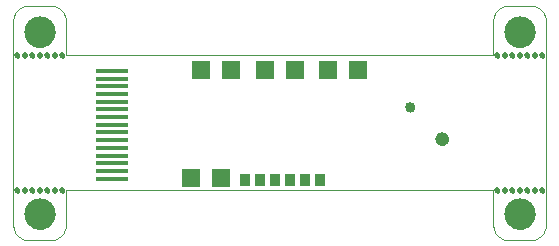
<source format=gbs>
G75*
%MOIN*%
%OFA0B0*%
%FSLAX24Y24*%
%IPPOS*%
%LPD*%
%AMOC8*
5,1,8,0,0,1.08239X$1,22.5*
%
%ADD10C,0.0000*%
%ADD11C,0.1040*%
%ADD12C,0.0190*%
%ADD13C,0.0335*%
%ADD14C,0.0453*%
%ADD15R,0.0640X0.0640*%
%ADD16R,0.1064X0.0178*%
%ADD17R,0.0360X0.0390*%
D10*
X004943Y002737D02*
X005693Y002737D01*
X005737Y002739D01*
X005780Y002745D01*
X005822Y002754D01*
X005864Y002767D01*
X005904Y002784D01*
X005943Y002804D01*
X005980Y002827D01*
X006014Y002854D01*
X006047Y002883D01*
X006076Y002916D01*
X006103Y002950D01*
X006126Y002987D01*
X006146Y003026D01*
X006163Y003066D01*
X006176Y003108D01*
X006185Y003150D01*
X006191Y003193D01*
X006193Y003237D01*
X006193Y004393D01*
X020443Y004393D01*
X020443Y003237D01*
X020445Y003193D01*
X020451Y003150D01*
X020460Y003108D01*
X020473Y003066D01*
X020490Y003026D01*
X020510Y002987D01*
X020533Y002950D01*
X020560Y002916D01*
X020589Y002883D01*
X020622Y002854D01*
X020656Y002827D01*
X020693Y002804D01*
X020732Y002784D01*
X020772Y002767D01*
X020814Y002754D01*
X020856Y002745D01*
X020899Y002739D01*
X020943Y002737D01*
X021693Y002737D01*
X021737Y002739D01*
X021780Y002745D01*
X021822Y002754D01*
X021864Y002767D01*
X021904Y002784D01*
X021943Y002804D01*
X021980Y002827D01*
X022014Y002854D01*
X022047Y002883D01*
X022076Y002916D01*
X022103Y002950D01*
X022126Y002987D01*
X022146Y003026D01*
X022163Y003066D01*
X022176Y003108D01*
X022185Y003150D01*
X022191Y003193D01*
X022193Y003237D01*
X022193Y010050D01*
X022191Y010094D01*
X022185Y010137D01*
X022176Y010179D01*
X022163Y010221D01*
X022146Y010261D01*
X022126Y010300D01*
X022103Y010337D01*
X022076Y010371D01*
X022047Y010404D01*
X022014Y010433D01*
X021980Y010460D01*
X021943Y010483D01*
X021904Y010503D01*
X021864Y010520D01*
X021822Y010533D01*
X021780Y010542D01*
X021737Y010548D01*
X021693Y010550D01*
X020943Y010550D01*
X020899Y010548D01*
X020856Y010542D01*
X020814Y010533D01*
X020772Y010520D01*
X020732Y010503D01*
X020693Y010483D01*
X020656Y010460D01*
X020622Y010433D01*
X020589Y010404D01*
X020560Y010371D01*
X020533Y010337D01*
X020510Y010300D01*
X020490Y010261D01*
X020473Y010221D01*
X020460Y010179D01*
X020451Y010137D01*
X020445Y010094D01*
X020443Y010050D01*
X020443Y008893D01*
X006193Y008893D01*
X006193Y010050D01*
X006191Y010094D01*
X006185Y010137D01*
X006176Y010179D01*
X006163Y010221D01*
X006146Y010261D01*
X006126Y010300D01*
X006103Y010337D01*
X006076Y010371D01*
X006047Y010404D01*
X006014Y010433D01*
X005980Y010460D01*
X005943Y010483D01*
X005904Y010503D01*
X005864Y010520D01*
X005822Y010533D01*
X005780Y010542D01*
X005737Y010548D01*
X005693Y010550D01*
X004943Y010550D01*
X004899Y010548D01*
X004856Y010542D01*
X004814Y010533D01*
X004772Y010520D01*
X004732Y010503D01*
X004693Y010483D01*
X004656Y010460D01*
X004622Y010433D01*
X004589Y010404D01*
X004560Y010371D01*
X004533Y010337D01*
X004510Y010300D01*
X004490Y010261D01*
X004473Y010221D01*
X004460Y010179D01*
X004451Y010137D01*
X004445Y010094D01*
X004443Y010050D01*
X004443Y003237D01*
X004445Y003193D01*
X004451Y003150D01*
X004460Y003108D01*
X004473Y003066D01*
X004490Y003026D01*
X004510Y002987D01*
X004533Y002950D01*
X004560Y002916D01*
X004589Y002883D01*
X004622Y002854D01*
X004656Y002827D01*
X004693Y002804D01*
X004732Y002784D01*
X004772Y002767D01*
X004814Y002754D01*
X004856Y002745D01*
X004899Y002739D01*
X004943Y002737D01*
X004818Y003612D02*
X004820Y003656D01*
X004826Y003700D01*
X004836Y003743D01*
X004849Y003785D01*
X004866Y003826D01*
X004887Y003865D01*
X004911Y003902D01*
X004938Y003937D01*
X004968Y003969D01*
X005001Y003999D01*
X005037Y004025D01*
X005074Y004049D01*
X005114Y004068D01*
X005155Y004085D01*
X005198Y004097D01*
X005241Y004106D01*
X005285Y004111D01*
X005329Y004112D01*
X005373Y004109D01*
X005417Y004102D01*
X005460Y004091D01*
X005502Y004077D01*
X005542Y004059D01*
X005581Y004037D01*
X005617Y004013D01*
X005651Y003985D01*
X005683Y003954D01*
X005712Y003920D01*
X005738Y003884D01*
X005760Y003846D01*
X005779Y003806D01*
X005794Y003764D01*
X005806Y003722D01*
X005814Y003678D01*
X005818Y003634D01*
X005818Y003590D01*
X005814Y003546D01*
X005806Y003502D01*
X005794Y003460D01*
X005779Y003418D01*
X005760Y003378D01*
X005738Y003340D01*
X005712Y003304D01*
X005683Y003270D01*
X005651Y003239D01*
X005617Y003211D01*
X005581Y003187D01*
X005542Y003165D01*
X005502Y003147D01*
X005460Y003133D01*
X005417Y003122D01*
X005373Y003115D01*
X005329Y003112D01*
X005285Y003113D01*
X005241Y003118D01*
X005198Y003127D01*
X005155Y003139D01*
X005114Y003156D01*
X005074Y003175D01*
X005037Y003199D01*
X005001Y003225D01*
X004968Y003255D01*
X004938Y003287D01*
X004911Y003322D01*
X004887Y003359D01*
X004866Y003398D01*
X004849Y003439D01*
X004836Y003481D01*
X004826Y003524D01*
X004820Y003568D01*
X004818Y003612D01*
X004743Y004393D02*
X004745Y004410D01*
X004750Y004426D01*
X004759Y004440D01*
X004771Y004452D01*
X004785Y004461D01*
X004801Y004466D01*
X004818Y004468D01*
X004835Y004466D01*
X004851Y004461D01*
X004865Y004452D01*
X004877Y004440D01*
X004886Y004426D01*
X004891Y004410D01*
X004893Y004393D01*
X004891Y004376D01*
X004886Y004360D01*
X004877Y004346D01*
X004865Y004334D01*
X004851Y004325D01*
X004835Y004320D01*
X004818Y004318D01*
X004801Y004320D01*
X004785Y004325D01*
X004771Y004334D01*
X004759Y004346D01*
X004750Y004360D01*
X004745Y004376D01*
X004743Y004393D01*
X004493Y004393D02*
X004495Y004410D01*
X004500Y004426D01*
X004509Y004440D01*
X004521Y004452D01*
X004535Y004461D01*
X004551Y004466D01*
X004568Y004468D01*
X004585Y004466D01*
X004601Y004461D01*
X004615Y004452D01*
X004627Y004440D01*
X004636Y004426D01*
X004641Y004410D01*
X004643Y004393D01*
X004641Y004376D01*
X004636Y004360D01*
X004627Y004346D01*
X004615Y004334D01*
X004601Y004325D01*
X004585Y004320D01*
X004568Y004318D01*
X004551Y004320D01*
X004535Y004325D01*
X004521Y004334D01*
X004509Y004346D01*
X004500Y004360D01*
X004495Y004376D01*
X004493Y004393D01*
X004993Y004393D02*
X004995Y004410D01*
X005000Y004426D01*
X005009Y004440D01*
X005021Y004452D01*
X005035Y004461D01*
X005051Y004466D01*
X005068Y004468D01*
X005085Y004466D01*
X005101Y004461D01*
X005115Y004452D01*
X005127Y004440D01*
X005136Y004426D01*
X005141Y004410D01*
X005143Y004393D01*
X005141Y004376D01*
X005136Y004360D01*
X005127Y004346D01*
X005115Y004334D01*
X005101Y004325D01*
X005085Y004320D01*
X005068Y004318D01*
X005051Y004320D01*
X005035Y004325D01*
X005021Y004334D01*
X005009Y004346D01*
X005000Y004360D01*
X004995Y004376D01*
X004993Y004393D01*
X005243Y004393D02*
X005245Y004410D01*
X005250Y004426D01*
X005259Y004440D01*
X005271Y004452D01*
X005285Y004461D01*
X005301Y004466D01*
X005318Y004468D01*
X005335Y004466D01*
X005351Y004461D01*
X005365Y004452D01*
X005377Y004440D01*
X005386Y004426D01*
X005391Y004410D01*
X005393Y004393D01*
X005391Y004376D01*
X005386Y004360D01*
X005377Y004346D01*
X005365Y004334D01*
X005351Y004325D01*
X005335Y004320D01*
X005318Y004318D01*
X005301Y004320D01*
X005285Y004325D01*
X005271Y004334D01*
X005259Y004346D01*
X005250Y004360D01*
X005245Y004376D01*
X005243Y004393D01*
X005493Y004393D02*
X005495Y004410D01*
X005500Y004426D01*
X005509Y004440D01*
X005521Y004452D01*
X005535Y004461D01*
X005551Y004466D01*
X005568Y004468D01*
X005585Y004466D01*
X005601Y004461D01*
X005615Y004452D01*
X005627Y004440D01*
X005636Y004426D01*
X005641Y004410D01*
X005643Y004393D01*
X005641Y004376D01*
X005636Y004360D01*
X005627Y004346D01*
X005615Y004334D01*
X005601Y004325D01*
X005585Y004320D01*
X005568Y004318D01*
X005551Y004320D01*
X005535Y004325D01*
X005521Y004334D01*
X005509Y004346D01*
X005500Y004360D01*
X005495Y004376D01*
X005493Y004393D01*
X005743Y004393D02*
X005745Y004410D01*
X005750Y004426D01*
X005759Y004440D01*
X005771Y004452D01*
X005785Y004461D01*
X005801Y004466D01*
X005818Y004468D01*
X005835Y004466D01*
X005851Y004461D01*
X005865Y004452D01*
X005877Y004440D01*
X005886Y004426D01*
X005891Y004410D01*
X005893Y004393D01*
X005891Y004376D01*
X005886Y004360D01*
X005877Y004346D01*
X005865Y004334D01*
X005851Y004325D01*
X005835Y004320D01*
X005818Y004318D01*
X005801Y004320D01*
X005785Y004325D01*
X005771Y004334D01*
X005759Y004346D01*
X005750Y004360D01*
X005745Y004376D01*
X005743Y004393D01*
X005993Y004393D02*
X005995Y004410D01*
X006000Y004426D01*
X006009Y004440D01*
X006021Y004452D01*
X006035Y004461D01*
X006051Y004466D01*
X006068Y004468D01*
X006085Y004466D01*
X006101Y004461D01*
X006115Y004452D01*
X006127Y004440D01*
X006136Y004426D01*
X006141Y004410D01*
X006143Y004393D01*
X006141Y004376D01*
X006136Y004360D01*
X006127Y004346D01*
X006115Y004334D01*
X006101Y004325D01*
X006085Y004320D01*
X006068Y004318D01*
X006051Y004320D01*
X006035Y004325D01*
X006021Y004334D01*
X006009Y004346D01*
X006000Y004360D01*
X005995Y004376D01*
X005993Y004393D01*
X005993Y008893D02*
X005995Y008910D01*
X006000Y008926D01*
X006009Y008940D01*
X006021Y008952D01*
X006035Y008961D01*
X006051Y008966D01*
X006068Y008968D01*
X006085Y008966D01*
X006101Y008961D01*
X006115Y008952D01*
X006127Y008940D01*
X006136Y008926D01*
X006141Y008910D01*
X006143Y008893D01*
X006141Y008876D01*
X006136Y008860D01*
X006127Y008846D01*
X006115Y008834D01*
X006101Y008825D01*
X006085Y008820D01*
X006068Y008818D01*
X006051Y008820D01*
X006035Y008825D01*
X006021Y008834D01*
X006009Y008846D01*
X006000Y008860D01*
X005995Y008876D01*
X005993Y008893D01*
X005743Y008893D02*
X005745Y008910D01*
X005750Y008926D01*
X005759Y008940D01*
X005771Y008952D01*
X005785Y008961D01*
X005801Y008966D01*
X005818Y008968D01*
X005835Y008966D01*
X005851Y008961D01*
X005865Y008952D01*
X005877Y008940D01*
X005886Y008926D01*
X005891Y008910D01*
X005893Y008893D01*
X005891Y008876D01*
X005886Y008860D01*
X005877Y008846D01*
X005865Y008834D01*
X005851Y008825D01*
X005835Y008820D01*
X005818Y008818D01*
X005801Y008820D01*
X005785Y008825D01*
X005771Y008834D01*
X005759Y008846D01*
X005750Y008860D01*
X005745Y008876D01*
X005743Y008893D01*
X005493Y008893D02*
X005495Y008910D01*
X005500Y008926D01*
X005509Y008940D01*
X005521Y008952D01*
X005535Y008961D01*
X005551Y008966D01*
X005568Y008968D01*
X005585Y008966D01*
X005601Y008961D01*
X005615Y008952D01*
X005627Y008940D01*
X005636Y008926D01*
X005641Y008910D01*
X005643Y008893D01*
X005641Y008876D01*
X005636Y008860D01*
X005627Y008846D01*
X005615Y008834D01*
X005601Y008825D01*
X005585Y008820D01*
X005568Y008818D01*
X005551Y008820D01*
X005535Y008825D01*
X005521Y008834D01*
X005509Y008846D01*
X005500Y008860D01*
X005495Y008876D01*
X005493Y008893D01*
X005243Y008893D02*
X005245Y008910D01*
X005250Y008926D01*
X005259Y008940D01*
X005271Y008952D01*
X005285Y008961D01*
X005301Y008966D01*
X005318Y008968D01*
X005335Y008966D01*
X005351Y008961D01*
X005365Y008952D01*
X005377Y008940D01*
X005386Y008926D01*
X005391Y008910D01*
X005393Y008893D01*
X005391Y008876D01*
X005386Y008860D01*
X005377Y008846D01*
X005365Y008834D01*
X005351Y008825D01*
X005335Y008820D01*
X005318Y008818D01*
X005301Y008820D01*
X005285Y008825D01*
X005271Y008834D01*
X005259Y008846D01*
X005250Y008860D01*
X005245Y008876D01*
X005243Y008893D01*
X004993Y008893D02*
X004995Y008910D01*
X005000Y008926D01*
X005009Y008940D01*
X005021Y008952D01*
X005035Y008961D01*
X005051Y008966D01*
X005068Y008968D01*
X005085Y008966D01*
X005101Y008961D01*
X005115Y008952D01*
X005127Y008940D01*
X005136Y008926D01*
X005141Y008910D01*
X005143Y008893D01*
X005141Y008876D01*
X005136Y008860D01*
X005127Y008846D01*
X005115Y008834D01*
X005101Y008825D01*
X005085Y008820D01*
X005068Y008818D01*
X005051Y008820D01*
X005035Y008825D01*
X005021Y008834D01*
X005009Y008846D01*
X005000Y008860D01*
X004995Y008876D01*
X004993Y008893D01*
X004743Y008893D02*
X004745Y008910D01*
X004750Y008926D01*
X004759Y008940D01*
X004771Y008952D01*
X004785Y008961D01*
X004801Y008966D01*
X004818Y008968D01*
X004835Y008966D01*
X004851Y008961D01*
X004865Y008952D01*
X004877Y008940D01*
X004886Y008926D01*
X004891Y008910D01*
X004893Y008893D01*
X004891Y008876D01*
X004886Y008860D01*
X004877Y008846D01*
X004865Y008834D01*
X004851Y008825D01*
X004835Y008820D01*
X004818Y008818D01*
X004801Y008820D01*
X004785Y008825D01*
X004771Y008834D01*
X004759Y008846D01*
X004750Y008860D01*
X004745Y008876D01*
X004743Y008893D01*
X004493Y008893D02*
X004495Y008910D01*
X004500Y008926D01*
X004509Y008940D01*
X004521Y008952D01*
X004535Y008961D01*
X004551Y008966D01*
X004568Y008968D01*
X004585Y008966D01*
X004601Y008961D01*
X004615Y008952D01*
X004627Y008940D01*
X004636Y008926D01*
X004641Y008910D01*
X004643Y008893D01*
X004641Y008876D01*
X004636Y008860D01*
X004627Y008846D01*
X004615Y008834D01*
X004601Y008825D01*
X004585Y008820D01*
X004568Y008818D01*
X004551Y008820D01*
X004535Y008825D01*
X004521Y008834D01*
X004509Y008846D01*
X004500Y008860D01*
X004495Y008876D01*
X004493Y008893D01*
X004818Y009675D02*
X004820Y009719D01*
X004826Y009763D01*
X004836Y009806D01*
X004849Y009848D01*
X004866Y009889D01*
X004887Y009928D01*
X004911Y009965D01*
X004938Y010000D01*
X004968Y010032D01*
X005001Y010062D01*
X005037Y010088D01*
X005074Y010112D01*
X005114Y010131D01*
X005155Y010148D01*
X005198Y010160D01*
X005241Y010169D01*
X005285Y010174D01*
X005329Y010175D01*
X005373Y010172D01*
X005417Y010165D01*
X005460Y010154D01*
X005502Y010140D01*
X005542Y010122D01*
X005581Y010100D01*
X005617Y010076D01*
X005651Y010048D01*
X005683Y010017D01*
X005712Y009983D01*
X005738Y009947D01*
X005760Y009909D01*
X005779Y009869D01*
X005794Y009827D01*
X005806Y009785D01*
X005814Y009741D01*
X005818Y009697D01*
X005818Y009653D01*
X005814Y009609D01*
X005806Y009565D01*
X005794Y009523D01*
X005779Y009481D01*
X005760Y009441D01*
X005738Y009403D01*
X005712Y009367D01*
X005683Y009333D01*
X005651Y009302D01*
X005617Y009274D01*
X005581Y009250D01*
X005542Y009228D01*
X005502Y009210D01*
X005460Y009196D01*
X005417Y009185D01*
X005373Y009178D01*
X005329Y009175D01*
X005285Y009176D01*
X005241Y009181D01*
X005198Y009190D01*
X005155Y009202D01*
X005114Y009219D01*
X005074Y009238D01*
X005037Y009262D01*
X005001Y009288D01*
X004968Y009318D01*
X004938Y009350D01*
X004911Y009385D01*
X004887Y009422D01*
X004866Y009461D01*
X004849Y009502D01*
X004836Y009544D01*
X004826Y009587D01*
X004820Y009631D01*
X004818Y009675D01*
X017516Y007172D02*
X017518Y007196D01*
X017524Y007219D01*
X017533Y007241D01*
X017546Y007261D01*
X017561Y007279D01*
X017580Y007294D01*
X017601Y007306D01*
X017623Y007314D01*
X017646Y007319D01*
X017670Y007320D01*
X017694Y007317D01*
X017716Y007310D01*
X017738Y007300D01*
X017758Y007287D01*
X017775Y007270D01*
X017789Y007251D01*
X017800Y007230D01*
X017808Y007207D01*
X017812Y007184D01*
X017812Y007160D01*
X017808Y007137D01*
X017800Y007114D01*
X017789Y007093D01*
X017775Y007074D01*
X017758Y007057D01*
X017738Y007044D01*
X017716Y007034D01*
X017694Y007027D01*
X017670Y007024D01*
X017646Y007025D01*
X017623Y007030D01*
X017601Y007038D01*
X017580Y007050D01*
X017561Y007065D01*
X017546Y007083D01*
X017533Y007103D01*
X017524Y007125D01*
X017518Y007148D01*
X017516Y007172D01*
X018515Y006114D02*
X018517Y006142D01*
X018523Y006170D01*
X018532Y006196D01*
X018545Y006222D01*
X018561Y006245D01*
X018581Y006265D01*
X018603Y006283D01*
X018627Y006298D01*
X018653Y006309D01*
X018680Y006317D01*
X018708Y006321D01*
X018736Y006321D01*
X018764Y006317D01*
X018791Y006309D01*
X018817Y006298D01*
X018841Y006283D01*
X018863Y006265D01*
X018883Y006245D01*
X018899Y006222D01*
X018912Y006196D01*
X018921Y006170D01*
X018927Y006142D01*
X018929Y006114D01*
X018927Y006086D01*
X018921Y006058D01*
X018912Y006032D01*
X018899Y006006D01*
X018883Y005983D01*
X018863Y005963D01*
X018841Y005945D01*
X018817Y005930D01*
X018791Y005919D01*
X018764Y005911D01*
X018736Y005907D01*
X018708Y005907D01*
X018680Y005911D01*
X018653Y005919D01*
X018627Y005930D01*
X018603Y005945D01*
X018581Y005963D01*
X018561Y005983D01*
X018545Y006006D01*
X018532Y006032D01*
X018523Y006058D01*
X018517Y006086D01*
X018515Y006114D01*
X020493Y004393D02*
X020495Y004410D01*
X020500Y004426D01*
X020509Y004440D01*
X020521Y004452D01*
X020535Y004461D01*
X020551Y004466D01*
X020568Y004468D01*
X020585Y004466D01*
X020601Y004461D01*
X020615Y004452D01*
X020627Y004440D01*
X020636Y004426D01*
X020641Y004410D01*
X020643Y004393D01*
X020641Y004376D01*
X020636Y004360D01*
X020627Y004346D01*
X020615Y004334D01*
X020601Y004325D01*
X020585Y004320D01*
X020568Y004318D01*
X020551Y004320D01*
X020535Y004325D01*
X020521Y004334D01*
X020509Y004346D01*
X020500Y004360D01*
X020495Y004376D01*
X020493Y004393D01*
X020743Y004393D02*
X020745Y004410D01*
X020750Y004426D01*
X020759Y004440D01*
X020771Y004452D01*
X020785Y004461D01*
X020801Y004466D01*
X020818Y004468D01*
X020835Y004466D01*
X020851Y004461D01*
X020865Y004452D01*
X020877Y004440D01*
X020886Y004426D01*
X020891Y004410D01*
X020893Y004393D01*
X020891Y004376D01*
X020886Y004360D01*
X020877Y004346D01*
X020865Y004334D01*
X020851Y004325D01*
X020835Y004320D01*
X020818Y004318D01*
X020801Y004320D01*
X020785Y004325D01*
X020771Y004334D01*
X020759Y004346D01*
X020750Y004360D01*
X020745Y004376D01*
X020743Y004393D01*
X020993Y004393D02*
X020995Y004410D01*
X021000Y004426D01*
X021009Y004440D01*
X021021Y004452D01*
X021035Y004461D01*
X021051Y004466D01*
X021068Y004468D01*
X021085Y004466D01*
X021101Y004461D01*
X021115Y004452D01*
X021127Y004440D01*
X021136Y004426D01*
X021141Y004410D01*
X021143Y004393D01*
X021141Y004376D01*
X021136Y004360D01*
X021127Y004346D01*
X021115Y004334D01*
X021101Y004325D01*
X021085Y004320D01*
X021068Y004318D01*
X021051Y004320D01*
X021035Y004325D01*
X021021Y004334D01*
X021009Y004346D01*
X021000Y004360D01*
X020995Y004376D01*
X020993Y004393D01*
X021243Y004393D02*
X021245Y004410D01*
X021250Y004426D01*
X021259Y004440D01*
X021271Y004452D01*
X021285Y004461D01*
X021301Y004466D01*
X021318Y004468D01*
X021335Y004466D01*
X021351Y004461D01*
X021365Y004452D01*
X021377Y004440D01*
X021386Y004426D01*
X021391Y004410D01*
X021393Y004393D01*
X021391Y004376D01*
X021386Y004360D01*
X021377Y004346D01*
X021365Y004334D01*
X021351Y004325D01*
X021335Y004320D01*
X021318Y004318D01*
X021301Y004320D01*
X021285Y004325D01*
X021271Y004334D01*
X021259Y004346D01*
X021250Y004360D01*
X021245Y004376D01*
X021243Y004393D01*
X021493Y004393D02*
X021495Y004410D01*
X021500Y004426D01*
X021509Y004440D01*
X021521Y004452D01*
X021535Y004461D01*
X021551Y004466D01*
X021568Y004468D01*
X021585Y004466D01*
X021601Y004461D01*
X021615Y004452D01*
X021627Y004440D01*
X021636Y004426D01*
X021641Y004410D01*
X021643Y004393D01*
X021641Y004376D01*
X021636Y004360D01*
X021627Y004346D01*
X021615Y004334D01*
X021601Y004325D01*
X021585Y004320D01*
X021568Y004318D01*
X021551Y004320D01*
X021535Y004325D01*
X021521Y004334D01*
X021509Y004346D01*
X021500Y004360D01*
X021495Y004376D01*
X021493Y004393D01*
X021743Y004393D02*
X021745Y004410D01*
X021750Y004426D01*
X021759Y004440D01*
X021771Y004452D01*
X021785Y004461D01*
X021801Y004466D01*
X021818Y004468D01*
X021835Y004466D01*
X021851Y004461D01*
X021865Y004452D01*
X021877Y004440D01*
X021886Y004426D01*
X021891Y004410D01*
X021893Y004393D01*
X021891Y004376D01*
X021886Y004360D01*
X021877Y004346D01*
X021865Y004334D01*
X021851Y004325D01*
X021835Y004320D01*
X021818Y004318D01*
X021801Y004320D01*
X021785Y004325D01*
X021771Y004334D01*
X021759Y004346D01*
X021750Y004360D01*
X021745Y004376D01*
X021743Y004393D01*
X021993Y004393D02*
X021995Y004410D01*
X022000Y004426D01*
X022009Y004440D01*
X022021Y004452D01*
X022035Y004461D01*
X022051Y004466D01*
X022068Y004468D01*
X022085Y004466D01*
X022101Y004461D01*
X022115Y004452D01*
X022127Y004440D01*
X022136Y004426D01*
X022141Y004410D01*
X022143Y004393D01*
X022141Y004376D01*
X022136Y004360D01*
X022127Y004346D01*
X022115Y004334D01*
X022101Y004325D01*
X022085Y004320D01*
X022068Y004318D01*
X022051Y004320D01*
X022035Y004325D01*
X022021Y004334D01*
X022009Y004346D01*
X022000Y004360D01*
X021995Y004376D01*
X021993Y004393D01*
X020818Y003612D02*
X020820Y003656D01*
X020826Y003700D01*
X020836Y003743D01*
X020849Y003785D01*
X020866Y003826D01*
X020887Y003865D01*
X020911Y003902D01*
X020938Y003937D01*
X020968Y003969D01*
X021001Y003999D01*
X021037Y004025D01*
X021074Y004049D01*
X021114Y004068D01*
X021155Y004085D01*
X021198Y004097D01*
X021241Y004106D01*
X021285Y004111D01*
X021329Y004112D01*
X021373Y004109D01*
X021417Y004102D01*
X021460Y004091D01*
X021502Y004077D01*
X021542Y004059D01*
X021581Y004037D01*
X021617Y004013D01*
X021651Y003985D01*
X021683Y003954D01*
X021712Y003920D01*
X021738Y003884D01*
X021760Y003846D01*
X021779Y003806D01*
X021794Y003764D01*
X021806Y003722D01*
X021814Y003678D01*
X021818Y003634D01*
X021818Y003590D01*
X021814Y003546D01*
X021806Y003502D01*
X021794Y003460D01*
X021779Y003418D01*
X021760Y003378D01*
X021738Y003340D01*
X021712Y003304D01*
X021683Y003270D01*
X021651Y003239D01*
X021617Y003211D01*
X021581Y003187D01*
X021542Y003165D01*
X021502Y003147D01*
X021460Y003133D01*
X021417Y003122D01*
X021373Y003115D01*
X021329Y003112D01*
X021285Y003113D01*
X021241Y003118D01*
X021198Y003127D01*
X021155Y003139D01*
X021114Y003156D01*
X021074Y003175D01*
X021037Y003199D01*
X021001Y003225D01*
X020968Y003255D01*
X020938Y003287D01*
X020911Y003322D01*
X020887Y003359D01*
X020866Y003398D01*
X020849Y003439D01*
X020836Y003481D01*
X020826Y003524D01*
X020820Y003568D01*
X020818Y003612D01*
X020743Y008893D02*
X020745Y008910D01*
X020750Y008926D01*
X020759Y008940D01*
X020771Y008952D01*
X020785Y008961D01*
X020801Y008966D01*
X020818Y008968D01*
X020835Y008966D01*
X020851Y008961D01*
X020865Y008952D01*
X020877Y008940D01*
X020886Y008926D01*
X020891Y008910D01*
X020893Y008893D01*
X020891Y008876D01*
X020886Y008860D01*
X020877Y008846D01*
X020865Y008834D01*
X020851Y008825D01*
X020835Y008820D01*
X020818Y008818D01*
X020801Y008820D01*
X020785Y008825D01*
X020771Y008834D01*
X020759Y008846D01*
X020750Y008860D01*
X020745Y008876D01*
X020743Y008893D01*
X020493Y008893D02*
X020495Y008910D01*
X020500Y008926D01*
X020509Y008940D01*
X020521Y008952D01*
X020535Y008961D01*
X020551Y008966D01*
X020568Y008968D01*
X020585Y008966D01*
X020601Y008961D01*
X020615Y008952D01*
X020627Y008940D01*
X020636Y008926D01*
X020641Y008910D01*
X020643Y008893D01*
X020641Y008876D01*
X020636Y008860D01*
X020627Y008846D01*
X020615Y008834D01*
X020601Y008825D01*
X020585Y008820D01*
X020568Y008818D01*
X020551Y008820D01*
X020535Y008825D01*
X020521Y008834D01*
X020509Y008846D01*
X020500Y008860D01*
X020495Y008876D01*
X020493Y008893D01*
X020993Y008893D02*
X020995Y008910D01*
X021000Y008926D01*
X021009Y008940D01*
X021021Y008952D01*
X021035Y008961D01*
X021051Y008966D01*
X021068Y008968D01*
X021085Y008966D01*
X021101Y008961D01*
X021115Y008952D01*
X021127Y008940D01*
X021136Y008926D01*
X021141Y008910D01*
X021143Y008893D01*
X021141Y008876D01*
X021136Y008860D01*
X021127Y008846D01*
X021115Y008834D01*
X021101Y008825D01*
X021085Y008820D01*
X021068Y008818D01*
X021051Y008820D01*
X021035Y008825D01*
X021021Y008834D01*
X021009Y008846D01*
X021000Y008860D01*
X020995Y008876D01*
X020993Y008893D01*
X021243Y008893D02*
X021245Y008910D01*
X021250Y008926D01*
X021259Y008940D01*
X021271Y008952D01*
X021285Y008961D01*
X021301Y008966D01*
X021318Y008968D01*
X021335Y008966D01*
X021351Y008961D01*
X021365Y008952D01*
X021377Y008940D01*
X021386Y008926D01*
X021391Y008910D01*
X021393Y008893D01*
X021391Y008876D01*
X021386Y008860D01*
X021377Y008846D01*
X021365Y008834D01*
X021351Y008825D01*
X021335Y008820D01*
X021318Y008818D01*
X021301Y008820D01*
X021285Y008825D01*
X021271Y008834D01*
X021259Y008846D01*
X021250Y008860D01*
X021245Y008876D01*
X021243Y008893D01*
X021493Y008893D02*
X021495Y008910D01*
X021500Y008926D01*
X021509Y008940D01*
X021521Y008952D01*
X021535Y008961D01*
X021551Y008966D01*
X021568Y008968D01*
X021585Y008966D01*
X021601Y008961D01*
X021615Y008952D01*
X021627Y008940D01*
X021636Y008926D01*
X021641Y008910D01*
X021643Y008893D01*
X021641Y008876D01*
X021636Y008860D01*
X021627Y008846D01*
X021615Y008834D01*
X021601Y008825D01*
X021585Y008820D01*
X021568Y008818D01*
X021551Y008820D01*
X021535Y008825D01*
X021521Y008834D01*
X021509Y008846D01*
X021500Y008860D01*
X021495Y008876D01*
X021493Y008893D01*
X021743Y008893D02*
X021745Y008910D01*
X021750Y008926D01*
X021759Y008940D01*
X021771Y008952D01*
X021785Y008961D01*
X021801Y008966D01*
X021818Y008968D01*
X021835Y008966D01*
X021851Y008961D01*
X021865Y008952D01*
X021877Y008940D01*
X021886Y008926D01*
X021891Y008910D01*
X021893Y008893D01*
X021891Y008876D01*
X021886Y008860D01*
X021877Y008846D01*
X021865Y008834D01*
X021851Y008825D01*
X021835Y008820D01*
X021818Y008818D01*
X021801Y008820D01*
X021785Y008825D01*
X021771Y008834D01*
X021759Y008846D01*
X021750Y008860D01*
X021745Y008876D01*
X021743Y008893D01*
X021993Y008893D02*
X021995Y008910D01*
X022000Y008926D01*
X022009Y008940D01*
X022021Y008952D01*
X022035Y008961D01*
X022051Y008966D01*
X022068Y008968D01*
X022085Y008966D01*
X022101Y008961D01*
X022115Y008952D01*
X022127Y008940D01*
X022136Y008926D01*
X022141Y008910D01*
X022143Y008893D01*
X022141Y008876D01*
X022136Y008860D01*
X022127Y008846D01*
X022115Y008834D01*
X022101Y008825D01*
X022085Y008820D01*
X022068Y008818D01*
X022051Y008820D01*
X022035Y008825D01*
X022021Y008834D01*
X022009Y008846D01*
X022000Y008860D01*
X021995Y008876D01*
X021993Y008893D01*
X020818Y009675D02*
X020820Y009719D01*
X020826Y009763D01*
X020836Y009806D01*
X020849Y009848D01*
X020866Y009889D01*
X020887Y009928D01*
X020911Y009965D01*
X020938Y010000D01*
X020968Y010032D01*
X021001Y010062D01*
X021037Y010088D01*
X021074Y010112D01*
X021114Y010131D01*
X021155Y010148D01*
X021198Y010160D01*
X021241Y010169D01*
X021285Y010174D01*
X021329Y010175D01*
X021373Y010172D01*
X021417Y010165D01*
X021460Y010154D01*
X021502Y010140D01*
X021542Y010122D01*
X021581Y010100D01*
X021617Y010076D01*
X021651Y010048D01*
X021683Y010017D01*
X021712Y009983D01*
X021738Y009947D01*
X021760Y009909D01*
X021779Y009869D01*
X021794Y009827D01*
X021806Y009785D01*
X021814Y009741D01*
X021818Y009697D01*
X021818Y009653D01*
X021814Y009609D01*
X021806Y009565D01*
X021794Y009523D01*
X021779Y009481D01*
X021760Y009441D01*
X021738Y009403D01*
X021712Y009367D01*
X021683Y009333D01*
X021651Y009302D01*
X021617Y009274D01*
X021581Y009250D01*
X021542Y009228D01*
X021502Y009210D01*
X021460Y009196D01*
X021417Y009185D01*
X021373Y009178D01*
X021329Y009175D01*
X021285Y009176D01*
X021241Y009181D01*
X021198Y009190D01*
X021155Y009202D01*
X021114Y009219D01*
X021074Y009238D01*
X021037Y009262D01*
X021001Y009288D01*
X020968Y009318D01*
X020938Y009350D01*
X020911Y009385D01*
X020887Y009422D01*
X020866Y009461D01*
X020849Y009502D01*
X020836Y009544D01*
X020826Y009587D01*
X020820Y009631D01*
X020818Y009675D01*
D11*
X021318Y009675D03*
X021318Y003612D03*
X005318Y003612D03*
X005318Y009675D03*
D12*
X005318Y008893D03*
X005568Y008893D03*
X005818Y008893D03*
X006068Y008893D03*
X005068Y008893D03*
X004818Y008893D03*
X004568Y008893D03*
X004568Y004393D03*
X004818Y004393D03*
X005068Y004393D03*
X005318Y004393D03*
X005568Y004393D03*
X005818Y004393D03*
X006068Y004393D03*
X020568Y004393D03*
X020818Y004393D03*
X021068Y004393D03*
X021318Y004393D03*
X021568Y004393D03*
X021818Y004393D03*
X022068Y004393D03*
X022068Y008893D03*
X021818Y008893D03*
X021568Y008893D03*
X021318Y008893D03*
X021068Y008893D03*
X020818Y008893D03*
X020568Y008893D03*
D13*
X017664Y007172D03*
D14*
X018722Y006114D03*
D15*
X015943Y008393D03*
X014943Y008393D03*
X013818Y008393D03*
X012818Y008393D03*
X011693Y008393D03*
X010693Y008393D03*
X010349Y004800D03*
X011349Y004800D03*
D16*
X007724Y004789D03*
X007724Y005045D03*
X007724Y005301D03*
X007724Y005557D03*
X007724Y005813D03*
X007724Y006069D03*
X007724Y006325D03*
X007724Y006581D03*
X007724Y006837D03*
X007724Y007093D03*
X007724Y007349D03*
X007724Y007604D03*
X007724Y007860D03*
X007724Y008116D03*
X007724Y008372D03*
D17*
X012162Y004737D03*
X012662Y004737D03*
X013162Y004737D03*
X013662Y004737D03*
X014162Y004737D03*
X014662Y004737D03*
M02*

</source>
